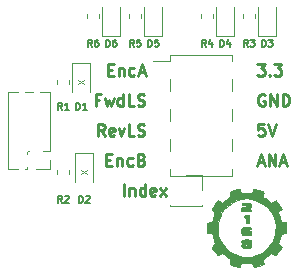
<source format=gbr>
G04 #@! TF.GenerationSoftware,KiCad,Pcbnew,(5.1.4)-1*
G04 #@! TF.CreationDate,2020-01-13T04:09:21-05:00*
G04 #@! TF.ProjectId,SRXBreakout,53525842-7265-4616-9b6f-75742e6b6963,rev?*
G04 #@! TF.SameCoordinates,Original*
G04 #@! TF.FileFunction,Legend,Top*
G04 #@! TF.FilePolarity,Positive*
%FSLAX46Y46*%
G04 Gerber Fmt 4.6, Leading zero omitted, Abs format (unit mm)*
G04 Created by KiCad (PCBNEW (5.1.4)-1) date 2020-01-13 04:09:21*
%MOMM*%
%LPD*%
G04 APERTURE LIST*
%ADD10C,0.125000*%
%ADD11C,0.250000*%
%ADD12C,0.120000*%
%ADD13C,0.010000*%
%ADD14C,0.150000*%
G04 APERTURE END LIST*
D10*
X159746190Y-110402666D02*
X160246190Y-110069333D01*
X159746190Y-110069333D02*
X160246190Y-110402666D01*
X160000190Y-118022666D02*
X160500190Y-117689333D01*
X160000190Y-117689333D02*
X160500190Y-118022666D01*
D11*
X163636214Y-119832380D02*
X163636214Y-118832380D01*
X164112404Y-119165714D02*
X164112404Y-119832380D01*
X164112404Y-119260952D02*
X164160023Y-119213333D01*
X164255261Y-119165714D01*
X164398119Y-119165714D01*
X164493357Y-119213333D01*
X164540976Y-119308571D01*
X164540976Y-119832380D01*
X165445738Y-119832380D02*
X165445738Y-118832380D01*
X165445738Y-119784761D02*
X165350500Y-119832380D01*
X165160023Y-119832380D01*
X165064785Y-119784761D01*
X165017166Y-119737142D01*
X164969547Y-119641904D01*
X164969547Y-119356190D01*
X165017166Y-119260952D01*
X165064785Y-119213333D01*
X165160023Y-119165714D01*
X165350500Y-119165714D01*
X165445738Y-119213333D01*
X166302880Y-119784761D02*
X166207642Y-119832380D01*
X166017166Y-119832380D01*
X165921928Y-119784761D01*
X165874309Y-119689523D01*
X165874309Y-119308571D01*
X165921928Y-119213333D01*
X166017166Y-119165714D01*
X166207642Y-119165714D01*
X166302880Y-119213333D01*
X166350500Y-119308571D01*
X166350500Y-119403809D01*
X165874309Y-119499047D01*
X166683833Y-119832380D02*
X167207642Y-119165714D01*
X166683833Y-119165714D02*
X167207642Y-119832380D01*
X162286785Y-109148571D02*
X162620119Y-109148571D01*
X162762976Y-109672380D02*
X162286785Y-109672380D01*
X162286785Y-108672380D01*
X162762976Y-108672380D01*
X163191547Y-109005714D02*
X163191547Y-109672380D01*
X163191547Y-109100952D02*
X163239166Y-109053333D01*
X163334404Y-109005714D01*
X163477261Y-109005714D01*
X163572500Y-109053333D01*
X163620119Y-109148571D01*
X163620119Y-109672380D01*
X164524880Y-109624761D02*
X164429642Y-109672380D01*
X164239166Y-109672380D01*
X164143928Y-109624761D01*
X164096309Y-109577142D01*
X164048690Y-109481904D01*
X164048690Y-109196190D01*
X164096309Y-109100952D01*
X164143928Y-109053333D01*
X164239166Y-109005714D01*
X164429642Y-109005714D01*
X164524880Y-109053333D01*
X164905833Y-109386666D02*
X165382023Y-109386666D01*
X164810595Y-109672380D02*
X165143928Y-108672380D01*
X165477261Y-109672380D01*
X161572500Y-111688571D02*
X161239166Y-111688571D01*
X161239166Y-112212380D02*
X161239166Y-111212380D01*
X161715357Y-111212380D01*
X162001071Y-111545714D02*
X162191547Y-112212380D01*
X162382023Y-111736190D01*
X162572500Y-112212380D01*
X162762976Y-111545714D01*
X163572500Y-112212380D02*
X163572500Y-111212380D01*
X163572500Y-112164761D02*
X163477261Y-112212380D01*
X163286785Y-112212380D01*
X163191547Y-112164761D01*
X163143928Y-112117142D01*
X163096309Y-112021904D01*
X163096309Y-111736190D01*
X163143928Y-111640952D01*
X163191547Y-111593333D01*
X163286785Y-111545714D01*
X163477261Y-111545714D01*
X163572500Y-111593333D01*
X164524880Y-112212380D02*
X164048690Y-112212380D01*
X164048690Y-111212380D01*
X164810595Y-112164761D02*
X164953452Y-112212380D01*
X165191547Y-112212380D01*
X165286785Y-112164761D01*
X165334404Y-112117142D01*
X165382023Y-112021904D01*
X165382023Y-111926666D01*
X165334404Y-111831428D01*
X165286785Y-111783809D01*
X165191547Y-111736190D01*
X165001071Y-111688571D01*
X164905833Y-111640952D01*
X164858214Y-111593333D01*
X164810595Y-111498095D01*
X164810595Y-111402857D01*
X164858214Y-111307619D01*
X164905833Y-111260000D01*
X165001071Y-111212380D01*
X165239166Y-111212380D01*
X165382023Y-111260000D01*
X162001071Y-114752380D02*
X161667738Y-114276190D01*
X161429642Y-114752380D02*
X161429642Y-113752380D01*
X161810595Y-113752380D01*
X161905833Y-113800000D01*
X161953452Y-113847619D01*
X162001071Y-113942857D01*
X162001071Y-114085714D01*
X161953452Y-114180952D01*
X161905833Y-114228571D01*
X161810595Y-114276190D01*
X161429642Y-114276190D01*
X162810595Y-114704761D02*
X162715357Y-114752380D01*
X162524880Y-114752380D01*
X162429642Y-114704761D01*
X162382023Y-114609523D01*
X162382023Y-114228571D01*
X162429642Y-114133333D01*
X162524880Y-114085714D01*
X162715357Y-114085714D01*
X162810595Y-114133333D01*
X162858214Y-114228571D01*
X162858214Y-114323809D01*
X162382023Y-114419047D01*
X163191547Y-114085714D02*
X163429642Y-114752380D01*
X163667738Y-114085714D01*
X164524880Y-114752380D02*
X164048690Y-114752380D01*
X164048690Y-113752380D01*
X164810595Y-114704761D02*
X164953452Y-114752380D01*
X165191547Y-114752380D01*
X165286785Y-114704761D01*
X165334404Y-114657142D01*
X165382023Y-114561904D01*
X165382023Y-114466666D01*
X165334404Y-114371428D01*
X165286785Y-114323809D01*
X165191547Y-114276190D01*
X165001071Y-114228571D01*
X164905833Y-114180952D01*
X164858214Y-114133333D01*
X164810595Y-114038095D01*
X164810595Y-113942857D01*
X164858214Y-113847619D01*
X164905833Y-113800000D01*
X165001071Y-113752380D01*
X165239166Y-113752380D01*
X165382023Y-113800000D01*
X162143928Y-116768571D02*
X162477261Y-116768571D01*
X162620119Y-117292380D02*
X162143928Y-117292380D01*
X162143928Y-116292380D01*
X162620119Y-116292380D01*
X163048690Y-116625714D02*
X163048690Y-117292380D01*
X163048690Y-116720952D02*
X163096309Y-116673333D01*
X163191547Y-116625714D01*
X163334404Y-116625714D01*
X163429642Y-116673333D01*
X163477261Y-116768571D01*
X163477261Y-117292380D01*
X164382023Y-117244761D02*
X164286785Y-117292380D01*
X164096309Y-117292380D01*
X164001071Y-117244761D01*
X163953452Y-117197142D01*
X163905833Y-117101904D01*
X163905833Y-116816190D01*
X163953452Y-116720952D01*
X164001071Y-116673333D01*
X164096309Y-116625714D01*
X164286785Y-116625714D01*
X164382023Y-116673333D01*
X165143928Y-116768571D02*
X165286785Y-116816190D01*
X165334404Y-116863809D01*
X165382023Y-116959047D01*
X165382023Y-117101904D01*
X165334404Y-117197142D01*
X165286785Y-117244761D01*
X165191547Y-117292380D01*
X164810595Y-117292380D01*
X164810595Y-116292380D01*
X165143928Y-116292380D01*
X165239166Y-116340000D01*
X165286785Y-116387619D01*
X165334404Y-116482857D01*
X165334404Y-116578095D01*
X165286785Y-116673333D01*
X165239166Y-116720952D01*
X165143928Y-116768571D01*
X164810595Y-116768571D01*
X174977976Y-117006666D02*
X175454166Y-117006666D01*
X174882738Y-117292380D02*
X175216071Y-116292380D01*
X175549404Y-117292380D01*
X175882738Y-117292380D02*
X175882738Y-116292380D01*
X176454166Y-117292380D01*
X176454166Y-116292380D01*
X176882738Y-117006666D02*
X177358928Y-117006666D01*
X176787500Y-117292380D02*
X177120833Y-116292380D01*
X177454166Y-117292380D01*
X175501785Y-113752380D02*
X175025595Y-113752380D01*
X174977976Y-114228571D01*
X175025595Y-114180952D01*
X175120833Y-114133333D01*
X175358928Y-114133333D01*
X175454166Y-114180952D01*
X175501785Y-114228571D01*
X175549404Y-114323809D01*
X175549404Y-114561904D01*
X175501785Y-114657142D01*
X175454166Y-114704761D01*
X175358928Y-114752380D01*
X175120833Y-114752380D01*
X175025595Y-114704761D01*
X174977976Y-114657142D01*
X175835119Y-113752380D02*
X176168452Y-114752380D01*
X176501785Y-113752380D01*
X175549404Y-111260000D02*
X175454166Y-111212380D01*
X175311309Y-111212380D01*
X175168452Y-111260000D01*
X175073214Y-111355238D01*
X175025595Y-111450476D01*
X174977976Y-111640952D01*
X174977976Y-111783809D01*
X175025595Y-111974285D01*
X175073214Y-112069523D01*
X175168452Y-112164761D01*
X175311309Y-112212380D01*
X175406547Y-112212380D01*
X175549404Y-112164761D01*
X175597023Y-112117142D01*
X175597023Y-111783809D01*
X175406547Y-111783809D01*
X176025595Y-112212380D02*
X176025595Y-111212380D01*
X176597023Y-112212380D01*
X176597023Y-111212380D01*
X177073214Y-112212380D02*
X177073214Y-111212380D01*
X177311309Y-111212380D01*
X177454166Y-111260000D01*
X177549404Y-111355238D01*
X177597023Y-111450476D01*
X177644642Y-111640952D01*
X177644642Y-111783809D01*
X177597023Y-111974285D01*
X177549404Y-112069523D01*
X177454166Y-112164761D01*
X177311309Y-112212380D01*
X177073214Y-112212380D01*
X174930357Y-108672380D02*
X175549404Y-108672380D01*
X175216071Y-109053333D01*
X175358928Y-109053333D01*
X175454166Y-109100952D01*
X175501785Y-109148571D01*
X175549404Y-109243809D01*
X175549404Y-109481904D01*
X175501785Y-109577142D01*
X175454166Y-109624761D01*
X175358928Y-109672380D01*
X175073214Y-109672380D01*
X174977976Y-109624761D01*
X174930357Y-109577142D01*
X175977976Y-109577142D02*
X176025595Y-109624761D01*
X175977976Y-109672380D01*
X175930357Y-109624761D01*
X175977976Y-109577142D01*
X175977976Y-109672380D01*
X176358928Y-108672380D02*
X176977976Y-108672380D01*
X176644642Y-109053333D01*
X176787500Y-109053333D01*
X176882738Y-109100952D01*
X176930357Y-109148571D01*
X176977976Y-109243809D01*
X176977976Y-109481904D01*
X176930357Y-109577142D01*
X176882738Y-109624761D01*
X176787500Y-109672380D01*
X176501785Y-109672380D01*
X176406547Y-109624761D01*
X176358928Y-109577142D01*
D12*
X157340000Y-111065000D02*
X156517530Y-111065000D01*
X154632470Y-111065000D02*
X153810000Y-111065000D01*
X155902470Y-111065000D02*
X155247530Y-111065000D01*
X157340000Y-116080000D02*
X157340000Y-111065000D01*
X153810000Y-117535000D02*
X153810000Y-111065000D01*
X157340000Y-116080000D02*
X156773471Y-116080000D01*
X155646529Y-116080000D02*
X155503471Y-116080000D01*
X155450000Y-116133471D02*
X155450000Y-116276529D01*
X155450000Y-117403471D02*
X155450000Y-117535000D01*
X155450000Y-117535000D02*
X155247530Y-117535000D01*
X154632470Y-117535000D02*
X153810000Y-117535000D01*
X157340000Y-116840000D02*
X157340000Y-117600000D01*
X157340000Y-117600000D02*
X156210000Y-117600000D01*
X167580000Y-107890000D02*
X172780000Y-107890000D01*
X167580000Y-118170000D02*
X172780000Y-118170000D01*
X166140000Y-108460000D02*
X167580000Y-108460000D01*
X167580000Y-107890000D02*
X167580000Y-108460000D01*
X172780000Y-107890000D02*
X172780000Y-108460000D01*
X167580000Y-117600000D02*
X167580000Y-118170000D01*
X172780000Y-117600000D02*
X172780000Y-118170000D01*
X167580000Y-109980000D02*
X167580000Y-111000000D01*
X172780000Y-109980000D02*
X172780000Y-111000000D01*
X167580000Y-112520000D02*
X167580000Y-113540000D01*
X172780000Y-112520000D02*
X172780000Y-113540000D01*
X167580000Y-115060000D02*
X167580000Y-116080000D01*
X172780000Y-115060000D02*
X172780000Y-116080000D01*
D13*
G36*
X174685127Y-119228519D02*
G01*
X174791935Y-119256011D01*
X174943830Y-119300505D01*
X175068633Y-119339539D01*
X175256970Y-119399580D01*
X175377544Y-119445405D01*
X175441774Y-119492773D01*
X175461079Y-119557443D01*
X175446881Y-119655173D01*
X175410597Y-119801722D01*
X175408809Y-119808978D01*
X175405521Y-119874366D01*
X175442582Y-119932592D01*
X175534883Y-120002639D01*
X175586680Y-120035769D01*
X175738482Y-120139318D01*
X175890524Y-120256247D01*
X175948363Y-120305682D01*
X176107560Y-120448993D01*
X176275539Y-120337830D01*
X176380997Y-120272503D01*
X176457387Y-120233271D01*
X176476176Y-120228062D01*
X176513490Y-120260700D01*
X176587746Y-120347503D01*
X176686734Y-120473694D01*
X176758232Y-120569401D01*
X177007630Y-120909345D01*
X176847236Y-121073604D01*
X176686841Y-121237863D01*
X176772589Y-121441348D01*
X176835823Y-121612276D01*
X176893432Y-121801466D01*
X176910057Y-121867083D01*
X176961778Y-122089333D01*
X177334333Y-122089333D01*
X177334333Y-123020667D01*
X177164092Y-123020667D01*
X177046280Y-123030364D01*
X176983975Y-123068076D01*
X176959273Y-123115917D01*
X176929863Y-123199803D01*
X176882514Y-123337859D01*
X176826167Y-123503967D01*
X176810707Y-123549833D01*
X176696719Y-123888500D01*
X176846193Y-124019986D01*
X176934497Y-124103045D01*
X176988153Y-124163891D01*
X176995667Y-124179145D01*
X176972694Y-124219727D01*
X176912037Y-124310970D01*
X176826091Y-124435265D01*
X176727250Y-124575003D01*
X176627906Y-124712576D01*
X176540454Y-124830375D01*
X176503854Y-124877893D01*
X176463870Y-124867410D01*
X176374746Y-124823510D01*
X176303039Y-124783179D01*
X176114587Y-124672739D01*
X175909543Y-124843636D01*
X175768938Y-124953691D01*
X175625023Y-125055281D01*
X175544485Y-125105605D01*
X175439862Y-125180896D01*
X175404761Y-125244750D01*
X175406993Y-125255374D01*
X175428495Y-125334870D01*
X175451571Y-125452479D01*
X175454408Y-125469732D01*
X175479300Y-125625396D01*
X175105066Y-125746935D01*
X174936178Y-125802013D01*
X174796550Y-125847973D01*
X174706740Y-125878027D01*
X174687040Y-125884932D01*
X174648091Y-125859154D01*
X174599565Y-125775010D01*
X174577272Y-125720445D01*
X174511298Y-125539500D01*
X173553368Y-125539500D01*
X173487769Y-125719417D01*
X173444080Y-125825832D01*
X173409054Y-125887972D01*
X173399168Y-125894906D01*
X173351483Y-125880878D01*
X173241768Y-125846707D01*
X173088581Y-125798209D01*
X172979880Y-125763486D01*
X172583593Y-125636492D01*
X172609371Y-125475280D01*
X172632649Y-125352432D01*
X172656475Y-125259296D01*
X172659920Y-125249519D01*
X172646309Y-125188205D01*
X172555961Y-125119964D01*
X172522428Y-125101996D01*
X172399376Y-125026634D01*
X172253905Y-124920205D01*
X172158793Y-124841491D01*
X171957420Y-124663961D01*
X171763887Y-124777379D01*
X171654023Y-124838144D01*
X171578619Y-124873032D01*
X171558632Y-124876482D01*
X171489738Y-124787557D01*
X171399608Y-124664890D01*
X171300862Y-124526522D01*
X171206119Y-124390491D01*
X171127997Y-124274838D01*
X171079115Y-124197602D01*
X171068998Y-124176503D01*
X171098780Y-124131584D01*
X171174467Y-124055799D01*
X171225161Y-124011387D01*
X171381327Y-123880275D01*
X171293828Y-123672721D01*
X171229351Y-123498791D01*
X171171039Y-123307729D01*
X171154609Y-123242917D01*
X171102888Y-123020667D01*
X170688000Y-123020667D01*
X170688000Y-122675904D01*
X171575618Y-122675904D01*
X171626227Y-123087473D01*
X171644106Y-123162723D01*
X171792915Y-123574570D01*
X172013583Y-123952093D01*
X172297240Y-124286497D01*
X172635019Y-124568986D01*
X173018051Y-124790764D01*
X173437469Y-124943034D01*
X173439667Y-124943612D01*
X173675601Y-124985394D01*
X173956361Y-125004601D01*
X174244986Y-125000547D01*
X174504512Y-124972547D01*
X174548833Y-124964186D01*
X174945861Y-124840990D01*
X175322976Y-124644124D01*
X175666270Y-124384371D01*
X175961837Y-124072513D01*
X176195769Y-123719334D01*
X176223552Y-123665721D01*
X176351227Y-123381006D01*
X176432765Y-123117146D01*
X176474336Y-122843706D01*
X176482113Y-122530253D01*
X176478195Y-122410058D01*
X176428216Y-121978440D01*
X176314095Y-121592105D01*
X176129758Y-121237435D01*
X175869132Y-120900812D01*
X175749083Y-120775048D01*
X175448990Y-120527953D01*
X175096028Y-120323548D01*
X174712751Y-120171205D01*
X174321710Y-120080295D01*
X174023535Y-120058068D01*
X173605610Y-120100688D01*
X173196236Y-120219770D01*
X172808318Y-120407224D01*
X172454762Y-120654958D01*
X172148473Y-120954881D01*
X171902355Y-121298900D01*
X171830388Y-121433167D01*
X171680169Y-121825818D01*
X171594422Y-122247708D01*
X171575618Y-122675904D01*
X170688000Y-122675904D01*
X170688000Y-122093972D01*
X170889083Y-122081069D01*
X171011548Y-122069257D01*
X171078108Y-122039185D01*
X171117407Y-121968106D01*
X171145221Y-121877667D01*
X171194094Y-121723658D01*
X171256744Y-121545308D01*
X171289628Y-121458218D01*
X171378981Y-121229270D01*
X171223990Y-121087232D01*
X171134647Y-121001017D01*
X171078639Y-120938624D01*
X171069000Y-120921631D01*
X171092718Y-120874407D01*
X171154955Y-120780352D01*
X171242333Y-120657385D01*
X171341475Y-120523424D01*
X171439001Y-120396386D01*
X171521535Y-120294190D01*
X171575699Y-120234753D01*
X171587869Y-120226667D01*
X171640147Y-120248258D01*
X171734849Y-120303022D01*
X171789127Y-120337830D01*
X171957106Y-120448993D01*
X172121611Y-120300372D01*
X172262899Y-120185801D01*
X172424905Y-120072348D01*
X172484329Y-120035591D01*
X172613341Y-119946300D01*
X172661079Y-119877042D01*
X172658846Y-119857681D01*
X172636784Y-119776641D01*
X172613028Y-119656760D01*
X172609228Y-119633825D01*
X172583307Y-119471719D01*
X172979737Y-119344252D01*
X173175385Y-119283819D01*
X173307510Y-119254154D01*
X173392508Y-119258071D01*
X173446777Y-119298387D01*
X173486712Y-119377917D01*
X173506943Y-119434782D01*
X173553054Y-119570500D01*
X174510646Y-119570500D01*
X174568170Y-119404348D01*
X174607395Y-119297411D01*
X174635924Y-119230923D01*
X174641047Y-119222842D01*
X174685127Y-119228519D01*
X174685127Y-119228519D01*
G37*
X174685127Y-119228519D02*
X174791935Y-119256011D01*
X174943830Y-119300505D01*
X175068633Y-119339539D01*
X175256970Y-119399580D01*
X175377544Y-119445405D01*
X175441774Y-119492773D01*
X175461079Y-119557443D01*
X175446881Y-119655173D01*
X175410597Y-119801722D01*
X175408809Y-119808978D01*
X175405521Y-119874366D01*
X175442582Y-119932592D01*
X175534883Y-120002639D01*
X175586680Y-120035769D01*
X175738482Y-120139318D01*
X175890524Y-120256247D01*
X175948363Y-120305682D01*
X176107560Y-120448993D01*
X176275539Y-120337830D01*
X176380997Y-120272503D01*
X176457387Y-120233271D01*
X176476176Y-120228062D01*
X176513490Y-120260700D01*
X176587746Y-120347503D01*
X176686734Y-120473694D01*
X176758232Y-120569401D01*
X177007630Y-120909345D01*
X176847236Y-121073604D01*
X176686841Y-121237863D01*
X176772589Y-121441348D01*
X176835823Y-121612276D01*
X176893432Y-121801466D01*
X176910057Y-121867083D01*
X176961778Y-122089333D01*
X177334333Y-122089333D01*
X177334333Y-123020667D01*
X177164092Y-123020667D01*
X177046280Y-123030364D01*
X176983975Y-123068076D01*
X176959273Y-123115917D01*
X176929863Y-123199803D01*
X176882514Y-123337859D01*
X176826167Y-123503967D01*
X176810707Y-123549833D01*
X176696719Y-123888500D01*
X176846193Y-124019986D01*
X176934497Y-124103045D01*
X176988153Y-124163891D01*
X176995667Y-124179145D01*
X176972694Y-124219727D01*
X176912037Y-124310970D01*
X176826091Y-124435265D01*
X176727250Y-124575003D01*
X176627906Y-124712576D01*
X176540454Y-124830375D01*
X176503854Y-124877893D01*
X176463870Y-124867410D01*
X176374746Y-124823510D01*
X176303039Y-124783179D01*
X176114587Y-124672739D01*
X175909543Y-124843636D01*
X175768938Y-124953691D01*
X175625023Y-125055281D01*
X175544485Y-125105605D01*
X175439862Y-125180896D01*
X175404761Y-125244750D01*
X175406993Y-125255374D01*
X175428495Y-125334870D01*
X175451571Y-125452479D01*
X175454408Y-125469732D01*
X175479300Y-125625396D01*
X175105066Y-125746935D01*
X174936178Y-125802013D01*
X174796550Y-125847973D01*
X174706740Y-125878027D01*
X174687040Y-125884932D01*
X174648091Y-125859154D01*
X174599565Y-125775010D01*
X174577272Y-125720445D01*
X174511298Y-125539500D01*
X173553368Y-125539500D01*
X173487769Y-125719417D01*
X173444080Y-125825832D01*
X173409054Y-125887972D01*
X173399168Y-125894906D01*
X173351483Y-125880878D01*
X173241768Y-125846707D01*
X173088581Y-125798209D01*
X172979880Y-125763486D01*
X172583593Y-125636492D01*
X172609371Y-125475280D01*
X172632649Y-125352432D01*
X172656475Y-125259296D01*
X172659920Y-125249519D01*
X172646309Y-125188205D01*
X172555961Y-125119964D01*
X172522428Y-125101996D01*
X172399376Y-125026634D01*
X172253905Y-124920205D01*
X172158793Y-124841491D01*
X171957420Y-124663961D01*
X171763887Y-124777379D01*
X171654023Y-124838144D01*
X171578619Y-124873032D01*
X171558632Y-124876482D01*
X171489738Y-124787557D01*
X171399608Y-124664890D01*
X171300862Y-124526522D01*
X171206119Y-124390491D01*
X171127997Y-124274838D01*
X171079115Y-124197602D01*
X171068998Y-124176503D01*
X171098780Y-124131584D01*
X171174467Y-124055799D01*
X171225161Y-124011387D01*
X171381327Y-123880275D01*
X171293828Y-123672721D01*
X171229351Y-123498791D01*
X171171039Y-123307729D01*
X171154609Y-123242917D01*
X171102888Y-123020667D01*
X170688000Y-123020667D01*
X170688000Y-122675904D01*
X171575618Y-122675904D01*
X171626227Y-123087473D01*
X171644106Y-123162723D01*
X171792915Y-123574570D01*
X172013583Y-123952093D01*
X172297240Y-124286497D01*
X172635019Y-124568986D01*
X173018051Y-124790764D01*
X173437469Y-124943034D01*
X173439667Y-124943612D01*
X173675601Y-124985394D01*
X173956361Y-125004601D01*
X174244986Y-125000547D01*
X174504512Y-124972547D01*
X174548833Y-124964186D01*
X174945861Y-124840990D01*
X175322976Y-124644124D01*
X175666270Y-124384371D01*
X175961837Y-124072513D01*
X176195769Y-123719334D01*
X176223552Y-123665721D01*
X176351227Y-123381006D01*
X176432765Y-123117146D01*
X176474336Y-122843706D01*
X176482113Y-122530253D01*
X176478195Y-122410058D01*
X176428216Y-121978440D01*
X176314095Y-121592105D01*
X176129758Y-121237435D01*
X175869132Y-120900812D01*
X175749083Y-120775048D01*
X175448990Y-120527953D01*
X175096028Y-120323548D01*
X174712751Y-120171205D01*
X174321710Y-120080295D01*
X174023535Y-120058068D01*
X173605610Y-120100688D01*
X173196236Y-120219770D01*
X172808318Y-120407224D01*
X172454762Y-120654958D01*
X172148473Y-120954881D01*
X171902355Y-121298900D01*
X171830388Y-121433167D01*
X171680169Y-121825818D01*
X171594422Y-122247708D01*
X171575618Y-122675904D01*
X170688000Y-122675904D01*
X170688000Y-122093972D01*
X170889083Y-122081069D01*
X171011548Y-122069257D01*
X171078108Y-122039185D01*
X171117407Y-121968106D01*
X171145221Y-121877667D01*
X171194094Y-121723658D01*
X171256744Y-121545308D01*
X171289628Y-121458218D01*
X171378981Y-121229270D01*
X171223990Y-121087232D01*
X171134647Y-121001017D01*
X171078639Y-120938624D01*
X171069000Y-120921631D01*
X171092718Y-120874407D01*
X171154955Y-120780352D01*
X171242333Y-120657385D01*
X171341475Y-120523424D01*
X171439001Y-120396386D01*
X171521535Y-120294190D01*
X171575699Y-120234753D01*
X171587869Y-120226667D01*
X171640147Y-120248258D01*
X171734849Y-120303022D01*
X171789127Y-120337830D01*
X171957106Y-120448993D01*
X172121611Y-120300372D01*
X172262899Y-120185801D01*
X172424905Y-120072348D01*
X172484329Y-120035591D01*
X172613341Y-119946300D01*
X172661079Y-119877042D01*
X172658846Y-119857681D01*
X172636784Y-119776641D01*
X172613028Y-119656760D01*
X172609228Y-119633825D01*
X172583307Y-119471719D01*
X172979737Y-119344252D01*
X173175385Y-119283819D01*
X173307510Y-119254154D01*
X173392508Y-119258071D01*
X173446777Y-119298387D01*
X173486712Y-119377917D01*
X173506943Y-119434782D01*
X173553054Y-119570500D01*
X174510646Y-119570500D01*
X174568170Y-119404348D01*
X174607395Y-119297411D01*
X174635924Y-119230923D01*
X174641047Y-119222842D01*
X174685127Y-119228519D01*
G36*
X174162979Y-120443661D02*
G01*
X174295443Y-120464481D01*
X174371877Y-120508051D01*
X174406398Y-120581626D01*
X174413333Y-120671166D01*
X174390390Y-120804638D01*
X174314099Y-120880006D01*
X174173267Y-120907804D01*
X174161450Y-120908220D01*
X174024982Y-120921044D01*
X173906288Y-120946029D01*
X173905333Y-120946333D01*
X173874262Y-120964459D01*
X173917796Y-120976469D01*
X174040135Y-120983158D01*
X174106417Y-120984447D01*
X174265603Y-120988850D01*
X174357927Y-121000035D01*
X174401173Y-121023152D01*
X174413131Y-121063353D01*
X174413333Y-121073333D01*
X174407523Y-121111868D01*
X174379876Y-121136537D01*
X174315069Y-121150404D01*
X174197775Y-121156534D01*
X174012672Y-121157993D01*
X173990000Y-121158000D01*
X173566667Y-121158000D01*
X173567315Y-121020417D01*
X173579554Y-120891216D01*
X173625680Y-120811160D01*
X173722042Y-120766724D01*
X173884990Y-120744386D01*
X173902646Y-120743057D01*
X174042464Y-120727544D01*
X174145062Y-120706091D01*
X174183675Y-120687196D01*
X174162362Y-120660967D01*
X174061931Y-120646746D01*
X173887134Y-120644967D01*
X173767750Y-120649135D01*
X173663502Y-120647925D01*
X173618764Y-120620669D01*
X173609009Y-120551653D01*
X173609000Y-120547404D01*
X173612073Y-120494092D01*
X173632605Y-120461796D01*
X173687561Y-120445249D01*
X173793908Y-120439183D01*
X173960367Y-120438333D01*
X174162979Y-120443661D01*
X174162979Y-120443661D01*
G37*
X174162979Y-120443661D02*
X174295443Y-120464481D01*
X174371877Y-120508051D01*
X174406398Y-120581626D01*
X174413333Y-120671166D01*
X174390390Y-120804638D01*
X174314099Y-120880006D01*
X174173267Y-120907804D01*
X174161450Y-120908220D01*
X174024982Y-120921044D01*
X173906288Y-120946029D01*
X173905333Y-120946333D01*
X173874262Y-120964459D01*
X173917796Y-120976469D01*
X174040135Y-120983158D01*
X174106417Y-120984447D01*
X174265603Y-120988850D01*
X174357927Y-121000035D01*
X174401173Y-121023152D01*
X174413131Y-121063353D01*
X174413333Y-121073333D01*
X174407523Y-121111868D01*
X174379876Y-121136537D01*
X174315069Y-121150404D01*
X174197775Y-121156534D01*
X174012672Y-121157993D01*
X173990000Y-121158000D01*
X173566667Y-121158000D01*
X173567315Y-121020417D01*
X173579554Y-120891216D01*
X173625680Y-120811160D01*
X173722042Y-120766724D01*
X173884990Y-120744386D01*
X173902646Y-120743057D01*
X174042464Y-120727544D01*
X174145062Y-120706091D01*
X174183675Y-120687196D01*
X174162362Y-120660967D01*
X174061931Y-120646746D01*
X173887134Y-120644967D01*
X173767750Y-120649135D01*
X173663502Y-120647925D01*
X173618764Y-120620669D01*
X173609009Y-120551653D01*
X173609000Y-120547404D01*
X173612073Y-120494092D01*
X173632605Y-120461796D01*
X173687561Y-120445249D01*
X173793908Y-120439183D01*
X173960367Y-120438333D01*
X174162979Y-120443661D01*
G36*
X174201667Y-122174000D02*
G01*
X173947667Y-122174000D01*
X173947667Y-121920000D01*
X173944529Y-121778040D01*
X173930871Y-121701330D01*
X173900323Y-121670557D01*
X173863907Y-121666000D01*
X173807968Y-121656389D01*
X173807072Y-121611460D01*
X173828369Y-121560167D01*
X173879022Y-121487537D01*
X173961559Y-121458018D01*
X174039128Y-121454333D01*
X174201667Y-121454333D01*
X174201667Y-122174000D01*
X174201667Y-122174000D01*
G37*
X174201667Y-122174000D02*
X173947667Y-122174000D01*
X173947667Y-121920000D01*
X173944529Y-121778040D01*
X173930871Y-121701330D01*
X173900323Y-121670557D01*
X173863907Y-121666000D01*
X173807968Y-121656389D01*
X173807072Y-121611460D01*
X173828369Y-121560167D01*
X173879022Y-121487537D01*
X173961559Y-121458018D01*
X174039128Y-121454333D01*
X174201667Y-121454333D01*
X174201667Y-122174000D01*
G36*
X174214994Y-122471652D02*
G01*
X174309658Y-122479572D01*
X174355326Y-122500038D01*
X174369833Y-122538994D01*
X174371000Y-122576167D01*
X174366155Y-122632353D01*
X174339109Y-122664584D01*
X174271091Y-122680191D01*
X174143332Y-122686505D01*
X174085250Y-122687792D01*
X173799500Y-122693584D01*
X174068434Y-122724083D01*
X174221897Y-122749829D01*
X174332885Y-122784621D01*
X174374702Y-122813541D01*
X174408302Y-122919764D01*
X174404997Y-123042025D01*
X174366483Y-123134983D01*
X174362533Y-123139200D01*
X174295077Y-123164790D01*
X174170785Y-123181453D01*
X174017063Y-123188733D01*
X173861316Y-123186178D01*
X173730951Y-123173334D01*
X173655139Y-123150915D01*
X173615988Y-123086631D01*
X173589741Y-122978333D01*
X173820667Y-122978333D01*
X173858504Y-123003580D01*
X173954235Y-123018724D01*
X174011167Y-123020667D01*
X174124776Y-123012258D01*
X174192925Y-122990985D01*
X174201667Y-122978333D01*
X174163829Y-122953087D01*
X174068098Y-122937942D01*
X174011167Y-122936000D01*
X173897557Y-122944408D01*
X173829408Y-122965682D01*
X173820667Y-122978333D01*
X173589741Y-122978333D01*
X173585950Y-122962691D01*
X173576215Y-122881237D01*
X173570140Y-122736286D01*
X173586417Y-122644366D01*
X173631640Y-122575320D01*
X173646492Y-122559841D01*
X173707860Y-122512135D01*
X173788397Y-122484772D01*
X173911536Y-122472599D01*
X174053500Y-122470333D01*
X174214994Y-122471652D01*
X174214994Y-122471652D01*
G37*
X174214994Y-122471652D02*
X174309658Y-122479572D01*
X174355326Y-122500038D01*
X174369833Y-122538994D01*
X174371000Y-122576167D01*
X174366155Y-122632353D01*
X174339109Y-122664584D01*
X174271091Y-122680191D01*
X174143332Y-122686505D01*
X174085250Y-122687792D01*
X173799500Y-122693584D01*
X174068434Y-122724083D01*
X174221897Y-122749829D01*
X174332885Y-122784621D01*
X174374702Y-122813541D01*
X174408302Y-122919764D01*
X174404997Y-123042025D01*
X174366483Y-123134983D01*
X174362533Y-123139200D01*
X174295077Y-123164790D01*
X174170785Y-123181453D01*
X174017063Y-123188733D01*
X173861316Y-123186178D01*
X173730951Y-123173334D01*
X173655139Y-123150915D01*
X173615988Y-123086631D01*
X173589741Y-122978333D01*
X173820667Y-122978333D01*
X173858504Y-123003580D01*
X173954235Y-123018724D01*
X174011167Y-123020667D01*
X174124776Y-123012258D01*
X174192925Y-122990985D01*
X174201667Y-122978333D01*
X174163829Y-122953087D01*
X174068098Y-122937942D01*
X174011167Y-122936000D01*
X173897557Y-122944408D01*
X173829408Y-122965682D01*
X173820667Y-122978333D01*
X173589741Y-122978333D01*
X173585950Y-122962691D01*
X173576215Y-122881237D01*
X173570140Y-122736286D01*
X173586417Y-122644366D01*
X173631640Y-122575320D01*
X173646492Y-122559841D01*
X173707860Y-122512135D01*
X173788397Y-122484772D01*
X173911536Y-122472599D01*
X174053500Y-122470333D01*
X174214994Y-122471652D01*
G36*
X174126333Y-123532038D02*
G01*
X174261734Y-123546478D01*
X174347893Y-123571288D01*
X174360920Y-123581583D01*
X174386592Y-123657039D01*
X174400818Y-123784893D01*
X174403524Y-123934208D01*
X174394632Y-124074049D01*
X174374067Y-124173479D01*
X174362433Y-124195155D01*
X174291733Y-124228129D01*
X174164781Y-124246519D01*
X174008639Y-124250821D01*
X173850368Y-124241532D01*
X173717030Y-124219145D01*
X173635685Y-124184157D01*
X173633190Y-124181809D01*
X173578191Y-124089191D01*
X173572226Y-123997932D01*
X173796967Y-123997932D01*
X173802214Y-124045968D01*
X173807706Y-124051929D01*
X173871912Y-124073080D01*
X173979281Y-124077783D01*
X174089885Y-124065857D01*
X174134461Y-124053397D01*
X174184687Y-124016839D01*
X174162646Y-123982233D01*
X174080479Y-123958103D01*
X173990000Y-123952000D01*
X173863365Y-123964525D01*
X173796967Y-123997932D01*
X173572226Y-123997932D01*
X173571836Y-123991975D01*
X173612688Y-123928553D01*
X173635816Y-123886288D01*
X173612688Y-123854088D01*
X173571329Y-123761935D01*
X173572700Y-123740333D01*
X173820667Y-123740333D01*
X173858223Y-123766842D01*
X173952042Y-123781587D01*
X173990000Y-123782667D01*
X174096037Y-123773277D01*
X174155015Y-123749823D01*
X174159333Y-123740333D01*
X174121777Y-123713824D01*
X174027957Y-123699079D01*
X173990000Y-123698000D01*
X173883963Y-123707389D01*
X173824984Y-123730844D01*
X173820667Y-123740333D01*
X173572700Y-123740333D01*
X173578451Y-123649782D01*
X173617467Y-123579467D01*
X173687258Y-123551681D01*
X173812838Y-123534564D01*
X173967948Y-123528041D01*
X174126333Y-123532038D01*
X174126333Y-123532038D01*
G37*
X174126333Y-123532038D02*
X174261734Y-123546478D01*
X174347893Y-123571288D01*
X174360920Y-123581583D01*
X174386592Y-123657039D01*
X174400818Y-123784893D01*
X174403524Y-123934208D01*
X174394632Y-124074049D01*
X174374067Y-124173479D01*
X174362433Y-124195155D01*
X174291733Y-124228129D01*
X174164781Y-124246519D01*
X174008639Y-124250821D01*
X173850368Y-124241532D01*
X173717030Y-124219145D01*
X173635685Y-124184157D01*
X173633190Y-124181809D01*
X173578191Y-124089191D01*
X173572226Y-123997932D01*
X173796967Y-123997932D01*
X173802214Y-124045968D01*
X173807706Y-124051929D01*
X173871912Y-124073080D01*
X173979281Y-124077783D01*
X174089885Y-124065857D01*
X174134461Y-124053397D01*
X174184687Y-124016839D01*
X174162646Y-123982233D01*
X174080479Y-123958103D01*
X173990000Y-123952000D01*
X173863365Y-123964525D01*
X173796967Y-123997932D01*
X173572226Y-123997932D01*
X173571836Y-123991975D01*
X173612688Y-123928553D01*
X173635816Y-123886288D01*
X173612688Y-123854088D01*
X173571329Y-123761935D01*
X173572700Y-123740333D01*
X173820667Y-123740333D01*
X173858223Y-123766842D01*
X173952042Y-123781587D01*
X173990000Y-123782667D01*
X174096037Y-123773277D01*
X174155015Y-123749823D01*
X174159333Y-123740333D01*
X174121777Y-123713824D01*
X174027957Y-123699079D01*
X173990000Y-123698000D01*
X173883963Y-123707389D01*
X173824984Y-123730844D01*
X173820667Y-123740333D01*
X173572700Y-123740333D01*
X173578451Y-123649782D01*
X173617467Y-123579467D01*
X173687258Y-123551681D01*
X173812838Y-123534564D01*
X173967948Y-123528041D01*
X174126333Y-123532038D01*
D12*
X160755000Y-111036000D02*
X160755000Y-108576000D01*
X160755000Y-108576000D02*
X159285000Y-108576000D01*
X159285000Y-108576000D02*
X159285000Y-111036000D01*
X159539000Y-116196000D02*
X159539000Y-118656000D01*
X161009000Y-116196000D02*
X159539000Y-116196000D01*
X161009000Y-118656000D02*
X161009000Y-116196000D01*
X176503000Y-106308000D02*
X176503000Y-103848000D01*
X175033000Y-106308000D02*
X176503000Y-106308000D01*
X175033000Y-103848000D02*
X175033000Y-106308000D01*
X171477000Y-103848000D02*
X171477000Y-106308000D01*
X171477000Y-106308000D02*
X172947000Y-106308000D01*
X172947000Y-106308000D02*
X172947000Y-103848000D01*
X166851000Y-106308000D02*
X166851000Y-103848000D01*
X165381000Y-106308000D02*
X166851000Y-106308000D01*
X165381000Y-103848000D02*
X165381000Y-106308000D01*
X161825000Y-103848000D02*
X161825000Y-106308000D01*
X161825000Y-106308000D02*
X163295000Y-106308000D01*
X163295000Y-106308000D02*
X163295000Y-103848000D01*
X157986000Y-110064733D02*
X157986000Y-110407267D01*
X159006000Y-110064733D02*
X159006000Y-110407267D01*
X157986000Y-118027267D02*
X157986000Y-117684733D01*
X159006000Y-118027267D02*
X159006000Y-117684733D01*
X173734000Y-104476733D02*
X173734000Y-104819267D01*
X174754000Y-104476733D02*
X174754000Y-104819267D01*
X171198000Y-104476733D02*
X171198000Y-104819267D01*
X170178000Y-104476733D02*
X170178000Y-104819267D01*
X164082000Y-104476733D02*
X164082000Y-104819267D01*
X165102000Y-104476733D02*
X165102000Y-104819267D01*
X161546000Y-104476733D02*
X161546000Y-104819267D01*
X160526000Y-104476733D02*
X160526000Y-104819267D01*
X167580000Y-120710000D02*
X170240000Y-120710000D01*
X167580000Y-120590000D02*
X167580000Y-120710000D01*
X170240000Y-120590000D02*
X170240000Y-120710000D01*
X170240000Y-118050000D02*
X170240000Y-119380000D01*
X168910000Y-118050000D02*
X170240000Y-118050000D01*
D14*
X159577142Y-112539428D02*
X159577142Y-111939428D01*
X159720000Y-111939428D01*
X159805714Y-111968000D01*
X159862857Y-112025142D01*
X159891428Y-112082285D01*
X159920000Y-112196571D01*
X159920000Y-112282285D01*
X159891428Y-112396571D01*
X159862857Y-112453714D01*
X159805714Y-112510857D01*
X159720000Y-112539428D01*
X159577142Y-112539428D01*
X160491428Y-112539428D02*
X160148571Y-112539428D01*
X160320000Y-112539428D02*
X160320000Y-111939428D01*
X160262857Y-112025142D01*
X160205714Y-112082285D01*
X160148571Y-112110857D01*
X159831142Y-120413428D02*
X159831142Y-119813428D01*
X159974000Y-119813428D01*
X160059714Y-119842000D01*
X160116857Y-119899142D01*
X160145428Y-119956285D01*
X160174000Y-120070571D01*
X160174000Y-120156285D01*
X160145428Y-120270571D01*
X160116857Y-120327714D01*
X160059714Y-120384857D01*
X159974000Y-120413428D01*
X159831142Y-120413428D01*
X160402571Y-119870571D02*
X160431142Y-119842000D01*
X160488285Y-119813428D01*
X160631142Y-119813428D01*
X160688285Y-119842000D01*
X160716857Y-119870571D01*
X160745428Y-119927714D01*
X160745428Y-119984857D01*
X160716857Y-120070571D01*
X160374000Y-120413428D01*
X160745428Y-120413428D01*
X175325142Y-107205428D02*
X175325142Y-106605428D01*
X175468000Y-106605428D01*
X175553714Y-106634000D01*
X175610857Y-106691142D01*
X175639428Y-106748285D01*
X175668000Y-106862571D01*
X175668000Y-106948285D01*
X175639428Y-107062571D01*
X175610857Y-107119714D01*
X175553714Y-107176857D01*
X175468000Y-107205428D01*
X175325142Y-107205428D01*
X175868000Y-106605428D02*
X176239428Y-106605428D01*
X176039428Y-106834000D01*
X176125142Y-106834000D01*
X176182285Y-106862571D01*
X176210857Y-106891142D01*
X176239428Y-106948285D01*
X176239428Y-107091142D01*
X176210857Y-107148285D01*
X176182285Y-107176857D01*
X176125142Y-107205428D01*
X175953714Y-107205428D01*
X175896571Y-107176857D01*
X175868000Y-107148285D01*
X171769142Y-107205428D02*
X171769142Y-106605428D01*
X171912000Y-106605428D01*
X171997714Y-106634000D01*
X172054857Y-106691142D01*
X172083428Y-106748285D01*
X172112000Y-106862571D01*
X172112000Y-106948285D01*
X172083428Y-107062571D01*
X172054857Y-107119714D01*
X171997714Y-107176857D01*
X171912000Y-107205428D01*
X171769142Y-107205428D01*
X172626285Y-106805428D02*
X172626285Y-107205428D01*
X172483428Y-106576857D02*
X172340571Y-107005428D01*
X172712000Y-107005428D01*
X165673142Y-107205428D02*
X165673142Y-106605428D01*
X165816000Y-106605428D01*
X165901714Y-106634000D01*
X165958857Y-106691142D01*
X165987428Y-106748285D01*
X166016000Y-106862571D01*
X166016000Y-106948285D01*
X165987428Y-107062571D01*
X165958857Y-107119714D01*
X165901714Y-107176857D01*
X165816000Y-107205428D01*
X165673142Y-107205428D01*
X166558857Y-106605428D02*
X166273142Y-106605428D01*
X166244571Y-106891142D01*
X166273142Y-106862571D01*
X166330285Y-106834000D01*
X166473142Y-106834000D01*
X166530285Y-106862571D01*
X166558857Y-106891142D01*
X166587428Y-106948285D01*
X166587428Y-107091142D01*
X166558857Y-107148285D01*
X166530285Y-107176857D01*
X166473142Y-107205428D01*
X166330285Y-107205428D01*
X166273142Y-107176857D01*
X166244571Y-107148285D01*
X162117142Y-107205428D02*
X162117142Y-106605428D01*
X162260000Y-106605428D01*
X162345714Y-106634000D01*
X162402857Y-106691142D01*
X162431428Y-106748285D01*
X162460000Y-106862571D01*
X162460000Y-106948285D01*
X162431428Y-107062571D01*
X162402857Y-107119714D01*
X162345714Y-107176857D01*
X162260000Y-107205428D01*
X162117142Y-107205428D01*
X162974285Y-106605428D02*
X162860000Y-106605428D01*
X162802857Y-106634000D01*
X162774285Y-106662571D01*
X162717142Y-106748285D01*
X162688571Y-106862571D01*
X162688571Y-107091142D01*
X162717142Y-107148285D01*
X162745714Y-107176857D01*
X162802857Y-107205428D01*
X162917142Y-107205428D01*
X162974285Y-107176857D01*
X163002857Y-107148285D01*
X163031428Y-107091142D01*
X163031428Y-106948285D01*
X163002857Y-106891142D01*
X162974285Y-106862571D01*
X162917142Y-106834000D01*
X162802857Y-106834000D01*
X162745714Y-106862571D01*
X162717142Y-106891142D01*
X162688571Y-106948285D01*
X158396000Y-112539428D02*
X158196000Y-112253714D01*
X158053142Y-112539428D02*
X158053142Y-111939428D01*
X158281714Y-111939428D01*
X158338857Y-111968000D01*
X158367428Y-111996571D01*
X158396000Y-112053714D01*
X158396000Y-112139428D01*
X158367428Y-112196571D01*
X158338857Y-112225142D01*
X158281714Y-112253714D01*
X158053142Y-112253714D01*
X158967428Y-112539428D02*
X158624571Y-112539428D01*
X158796000Y-112539428D02*
X158796000Y-111939428D01*
X158738857Y-112025142D01*
X158681714Y-112082285D01*
X158624571Y-112110857D01*
X158396000Y-120413428D02*
X158196000Y-120127714D01*
X158053142Y-120413428D02*
X158053142Y-119813428D01*
X158281714Y-119813428D01*
X158338857Y-119842000D01*
X158367428Y-119870571D01*
X158396000Y-119927714D01*
X158396000Y-120013428D01*
X158367428Y-120070571D01*
X158338857Y-120099142D01*
X158281714Y-120127714D01*
X158053142Y-120127714D01*
X158624571Y-119870571D02*
X158653142Y-119842000D01*
X158710285Y-119813428D01*
X158853142Y-119813428D01*
X158910285Y-119842000D01*
X158938857Y-119870571D01*
X158967428Y-119927714D01*
X158967428Y-119984857D01*
X158938857Y-120070571D01*
X158596000Y-120413428D01*
X158967428Y-120413428D01*
X174144000Y-107205428D02*
X173944000Y-106919714D01*
X173801142Y-107205428D02*
X173801142Y-106605428D01*
X174029714Y-106605428D01*
X174086857Y-106634000D01*
X174115428Y-106662571D01*
X174144000Y-106719714D01*
X174144000Y-106805428D01*
X174115428Y-106862571D01*
X174086857Y-106891142D01*
X174029714Y-106919714D01*
X173801142Y-106919714D01*
X174344000Y-106605428D02*
X174715428Y-106605428D01*
X174515428Y-106834000D01*
X174601142Y-106834000D01*
X174658285Y-106862571D01*
X174686857Y-106891142D01*
X174715428Y-106948285D01*
X174715428Y-107091142D01*
X174686857Y-107148285D01*
X174658285Y-107176857D01*
X174601142Y-107205428D01*
X174429714Y-107205428D01*
X174372571Y-107176857D01*
X174344000Y-107148285D01*
X170588000Y-107205428D02*
X170388000Y-106919714D01*
X170245142Y-107205428D02*
X170245142Y-106605428D01*
X170473714Y-106605428D01*
X170530857Y-106634000D01*
X170559428Y-106662571D01*
X170588000Y-106719714D01*
X170588000Y-106805428D01*
X170559428Y-106862571D01*
X170530857Y-106891142D01*
X170473714Y-106919714D01*
X170245142Y-106919714D01*
X171102285Y-106805428D02*
X171102285Y-107205428D01*
X170959428Y-106576857D02*
X170816571Y-107005428D01*
X171188000Y-107005428D01*
X164492000Y-107205428D02*
X164292000Y-106919714D01*
X164149142Y-107205428D02*
X164149142Y-106605428D01*
X164377714Y-106605428D01*
X164434857Y-106634000D01*
X164463428Y-106662571D01*
X164492000Y-106719714D01*
X164492000Y-106805428D01*
X164463428Y-106862571D01*
X164434857Y-106891142D01*
X164377714Y-106919714D01*
X164149142Y-106919714D01*
X165034857Y-106605428D02*
X164749142Y-106605428D01*
X164720571Y-106891142D01*
X164749142Y-106862571D01*
X164806285Y-106834000D01*
X164949142Y-106834000D01*
X165006285Y-106862571D01*
X165034857Y-106891142D01*
X165063428Y-106948285D01*
X165063428Y-107091142D01*
X165034857Y-107148285D01*
X165006285Y-107176857D01*
X164949142Y-107205428D01*
X164806285Y-107205428D01*
X164749142Y-107176857D01*
X164720571Y-107148285D01*
X160936000Y-107205428D02*
X160736000Y-106919714D01*
X160593142Y-107205428D02*
X160593142Y-106605428D01*
X160821714Y-106605428D01*
X160878857Y-106634000D01*
X160907428Y-106662571D01*
X160936000Y-106719714D01*
X160936000Y-106805428D01*
X160907428Y-106862571D01*
X160878857Y-106891142D01*
X160821714Y-106919714D01*
X160593142Y-106919714D01*
X161450285Y-106605428D02*
X161336000Y-106605428D01*
X161278857Y-106634000D01*
X161250285Y-106662571D01*
X161193142Y-106748285D01*
X161164571Y-106862571D01*
X161164571Y-107091142D01*
X161193142Y-107148285D01*
X161221714Y-107176857D01*
X161278857Y-107205428D01*
X161393142Y-107205428D01*
X161450285Y-107176857D01*
X161478857Y-107148285D01*
X161507428Y-107091142D01*
X161507428Y-106948285D01*
X161478857Y-106891142D01*
X161450285Y-106862571D01*
X161393142Y-106834000D01*
X161278857Y-106834000D01*
X161221714Y-106862571D01*
X161193142Y-106891142D01*
X161164571Y-106948285D01*
M02*

</source>
